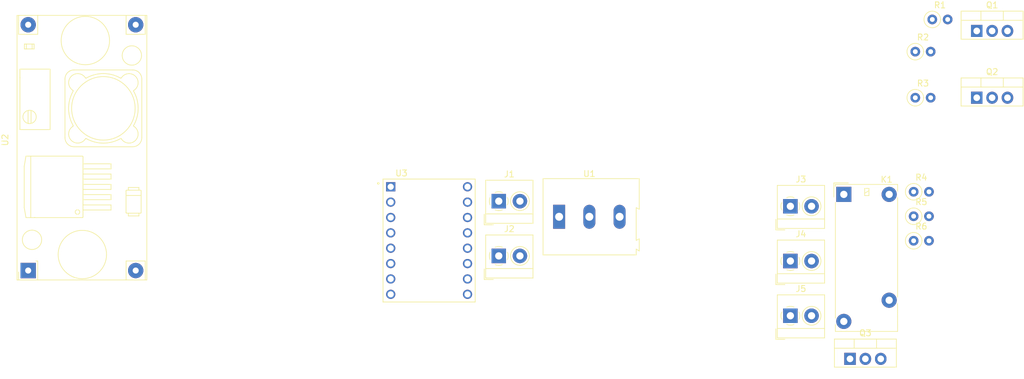
<source format=kicad_pcb>
(kicad_pcb (version 20221018) (generator pcbnew)
  (layers (0 "F.Cu" signal) (31 "B.Cu" signal) (34 "B.Paste" user) (35 "F.Paste" user) (36 "B.SilkS" user "B.Silkscreen") (37 "F.SilkS" user "F.Silkscreen") (38 "B.Mask" user) (39 "F.Mask" user) (44 "Edge.Cuts" user))
  (net 0 "")
  (net 1 "Net-(J1-Pin_1)")
  (net 2 "Net-(Q1-D)")
  (net 3 "GND")
  (net 4 "Net-(Q2-G)")
  (net 5 "Net-(J1-Pin_2)")
  (net 6 "+12V")
  (net 7 "Net-(J2-Pin_1)")
  (net 8 "Earth")
  (net 9 "+3.3V")
  (net 10 "/signal_reset")
  (net 11 "/^signal_sleep")
  (net 12 "/signal_step")
  (net 13 "/signal_dir")
  (net 14 "Net-(J1-Pin_3)")
  (net 15 "Net-(J1-Pin_4)")
  (net 16 "Net-(J3-Pin_2)")
  (net 17 "AC")
  (net 18 "Net-(K1-Pad6)")
  (net 19 "/^signal_heater")
  (net 20 "/^signal_bubler_enable")
  (net 21 "Net-(Q3-D)")
  (footprint "Resistor_THT:R_Axial_DIN0207_L6.3mm_D2.5mm_P2.54mm_Vertical" (layer "F.Cu") (at 173.355 36.195)
    (fp_text reference "R3" (at 1.27 -2.37) (layer "F.SilkS"))
    (fp_text value "10k")
    (fp_line (start 1.37 0) (end 1.44 0) (stroke (width 0.12)) (layer "F.SilkS"))
    (fp_circle (center 0 0) (end 1.37 0) (stroke (width 0.12)) (fill none) (layer "F.SilkS"))
    (pad "1" thru_hole circle (at 0 0) (size 1.6 1.6) (drill 0.8) (layers "*.Cu" "*.Mask") (net 6 "+12V"))
    (pad "2" thru_hole oval (at 2.54 0) (size 1.6 1.6) (drill 0.8) (layers "*.Cu" "*.Mask") (net 2 "Net-(Q1-D)"))
  )
  (footprint "Package_TO_SOT_THT:TO-220-3_Vertical" (layer "F.Cu") (at 162.56 79.375)
    (fp_text reference "Q3" (at 2.54 -4.27) (layer "F.SilkS"))
    (fp_text value "IRF3205")
    (fp_line (start -2.58 -3.27) (end -2.58 1.371) (stroke (width 0.12)) (layer "F.SilkS"))
    (fp_line (start -2.58 -3.27) (end 7.66 -3.27) (stroke (width 0.12)) (layer "F.SilkS"))
    (fp_line (start -2.58 -1.76) (end 7.66 -1.76) (stroke (width 0.12)) (layer "F.SilkS"))
    (fp_line (start -2.58 1.371) (end 7.66 1.371) (stroke (width 0.12)) (layer "F.SilkS"))
    (fp_line (start 0.69 -3.27) (end 0.69 -1.76) (stroke (width 0.12)) (layer "F.SilkS"))
    (fp_line (start 4.391 -3.27) (end 4.391 -1.76) (stroke (width 0.12)) (layer "F.SilkS"))
    (fp_line (start 7.66 -3.27) (end 7.66 1.371) (stroke (width 0.12)) (layer "F.SilkS"))
    (pad "1" thru_hole rect (at 0 0) (size 1.905 2) (drill 1.1) (layers "*.Cu" "*.Mask") (net 20 "/^signal_bubler_enable"))
    (pad "2" thru_hole oval (at 2.54 0) (size 1.905 2) (drill 1.1) (layers "*.Cu" "*.Mask") (net 21 "Net-(Q3-D)"))
    (pad "3" thru_hole oval (at 5.08 0) (size 1.905 2) (drill 1.1) (layers "*.Cu" "*.Mask") (net 3 "GND"))
  )
  (footprint "TerminalBlock_4Ucon:TerminalBlock_4Ucon_1x02_P3.50mm_Horizontal" (layer "F.Cu") (at 104.48 53.3)
    (fp_text reference "J1" (at 1.75 -4.46) (layer "F.SilkS"))
    (fp_text value "Screw_Terminal_Motor")
    (fp_line (start -2.4 2.16) (end -2.4 3.9) (stroke (width 0.12)) (layer "F.SilkS"))
    (fp_line (start -2.4 3.9) (end -0.9 3.9) (stroke (width 0.12)) (layer "F.SilkS"))
    (fp_line (start -2.16 -3.46) (end -2.16 3.66) (stroke (width 0.12)) (layer "F.SilkS"))
    (fp_line (start -2.16 -3.46) (end 5.66 -3.46) (stroke (width 0.12)) (layer "F.SilkS"))
    (fp_line (start -2.16 2.1) (end 5.66 2.1) (stroke (width 0.12)) (layer "F.SilkS"))
    (fp_line (start -2.16 3.66) (end 5.66 3.66) (stroke (width 0.12)) (layer "F.SilkS"))
    (fp_line (start 5.66 -3.46) (end 5.66 3.66) (stroke (width 0.12)) (layer "F.SilkS"))
    (fp_arc (start -1.432109 0.607742) (mid -1.555727 -0.00014) (end -1.432 -0.608) (stroke (width 0.12)) (layer "F.SilkS"))
    (fp_arc (start -0.607742 -1.432109) (mid 0.00014 -1.555727) (end 0.608 -1.432) (stroke (width 0.12)) (layer "F.SilkS"))
    (fp_arc (start 0.027011 1.555493) (mid -0.296984 1.527118) (end -0.608 1.432) (stroke (width 0.12)) (layer "F.SilkS"))
    (fp_arc (start 0.607587 1.431385) (mid 0.310017 1.523783) (end 0 1.555) (stroke (width 0.12)) (layer "F.SilkS"))
    (fp_arc (start 1.432109 -0.607742) (mid 1.555727 0.00014) (end 1.432 0.608) (stroke (width 0.12)) (layer "F.SilkS"))
    (fp_circle (center 3.5 0) (end 5.055 0) (stroke (width 0.12)) (fill none) (layer "F.SilkS"))
    (pad "1" thru_hole rect (at 0 0) (size 2.4 2.4) (drill 1.2) (layers "*.Cu" "*.Mask") (net 1 "Net-(J1-Pin_1)"))
    (pad "2" thru_hole circle (at 3.5 0) (size 2.4 2.4) (drill 1.2) (layers "*.Cu" "*.Mask") (net 5 "Net-(J1-Pin_2)"))
  )
  (footprint "Package_TO_SOT_THT:TO-220-3_Vertical" (layer "F.Cu") (at 183.515 25.155)
    (fp_text reference "Q1" (at 2.54 -4.27) (layer "F.SilkS"))
    (fp_text value "IRF3205")
    (fp_line (start -2.58 -3.27) (end -2.58 1.371) (stroke (width 0.12)) (layer "F.SilkS"))
    (fp_line (start -2.58 -3.27) (end 7.66 -3.27) (stroke (width 0.12)) (layer "F.SilkS"))
    (fp_line (start -2.58 -1.76) (end 7.66 -1.76) (stroke (width 0.12)) (layer "F.SilkS"))
    (fp_line (start -2.58 1.371) (end 7.66 1.371) (stroke (width 0.12)) (layer "F.SilkS"))
    (fp_line (start 0.69 -3.27) (end 0.69 -1.76) (stroke (width 0.12)) (layer "F.SilkS"))
    (fp_line (start 4.391 -3.27) (end 4.391 -1.76) (stroke (width 0.12)) (layer "F.SilkS"))
    (fp_line (start 7.66 -3.27) (end 7.66 1.371) (stroke (width 0.12)) (layer "F.SilkS"))
    (pad "1" thru_hole rect (at 0 0) (size 1.905 2) (drill 1.1) (layers "*.Cu" "*.Mask") (net 19 "/^signal_heater"))
    (pad "2" thru_hole oval (at 2.54 0) (size 1.905 2) (drill 1.1) (layers "*.Cu" "*.Mask") (net 2 "Net-(Q1-D)"))
    (pad "3" thru_hole oval (at 5.08 0) (size 1.905 2) (drill 1.1) (layers "*.Cu" "*.Mask") (net 3 "GND"))
  )
  (footprint "Resistor_THT:R_Axial_DIN0207_L6.3mm_D2.5mm_P2.54mm_Vertical" (layer "F.Cu") (at 173.08 55.795)
    (fp_text reference "R5" (at 1.27 -2.37) (layer "F.SilkS"))
    (fp_text value "10k")
    (fp_line (start 1.37 0) (end 1.44 0) (stroke (width 0.12)) (layer "F.SilkS"))
    (fp_circle (center 0 0) (end 1.37 0) (stroke (width 0.12)) (fill none) (layer "F.SilkS"))
    (pad "1" thru_hole circle (at 0 0) (size 1.6 1.6) (drill 0.8) (layers "*.Cu" "*.Mask") (net 6 "+12V"))
    (pad "2" thru_hole oval (at 2.54 0) (size 1.6 1.6) (drill 0.8) (layers "*.Cu" "*.Mask") (net 21 "Net-(Q3-D)"))
  )
  (footprint "TerminalBlock_4Ucon:TerminalBlock_4Ucon_1x02_P3.50mm_Horizontal" (layer "F.Cu") (at 152.7 54.145)
    (fp_text reference "J3" (at 1.75 -4.46) (layer "F.SilkS"))
    (fp_text value "Screw_Terminal_Heater")
    (fp_line (start -2.4 2.16) (end -2.4 3.9) (stroke (width 0.12)) (layer "F.SilkS"))
    (fp_line (start -2.4 3.9) (end -0.9 3.9) (stroke (width 0.12)) (layer "F.SilkS"))
    (fp_line (start -2.16 -3.46) (end -2.16 3.66) (stroke (width 0.12)) (layer "F.SilkS"))
    (fp_line (start -2.16 -3.46) (end 5.66 -3.46) (stroke (width 0.12)) (layer "F.SilkS"))
    (fp_line (start -2.16 2.1) (end 5.66 2.1) (stroke (width 0.12)) (layer "F.SilkS"))
    (fp_line (start -2.16 3.66) (end 5.66 3.66) (stroke (width 0.12)) (layer "F.SilkS"))
    (fp_line (start 5.66 -3.46) (end 5.66 3.66) (stroke (width 0.12)) (layer "F.SilkS"))
    (fp_arc (start -1.432109 0.607742) (mid -1.555727 -0.00014) (end -1.432 -0.608) (stroke (width 0.12)) (layer "F.SilkS"))
    (fp_arc (start -0.607742 -1.432109) (mid 0.00014 -1.555727) (end 0.608 -1.432) (stroke (width 0.12)) (layer "F.SilkS"))
    (fp_arc (start 0.027011 1.555493) (mid -0.296984 1.527118) (end -0.608 1.432) (stroke (width 0.12)) (layer "F.SilkS"))
    (fp_arc (start 0.607587 1.431385) (mid 0.310017 1.523783) (end 0 1.555) (stroke (width 0.12)) (layer "F.SilkS"))
    (fp_arc (start 1.432109 -0.607742) (mid 1.555727 0.00014) (end 1.432 0.608) (stroke (width 0.12)) (layer "F.SilkS"))
    (fp_circle (center 3.5 0) (end 5.055 0) (stroke (width 0.12)) (fill none) (layer "F.SilkS"))
    (pad "1" thru_hole rect (at 0 0) (size 2.4 2.4) (drill 1.2) (layers "*.Cu" "*.Mask") (net 8 "Earth"))
    (pad "2" thru_hole circle (at 3.5 0) (size 2.4 2.4) (drill 1.2) (layers "*.Cu" "*.Mask") (net 16 "Net-(J3-Pin_2)"))
  )
  (footprint "Resistor_THT:R_Axial_DIN0207_L6.3mm_D2.5mm_P2.54mm_Vertical" (layer "F.Cu") (at 173.08 51.745)
    (fp_text reference "R4" (at 1.27 -2.37) (layer "F.SilkS"))
    (fp_text value "10k")
    (fp_line (start 1.37 0) (end 1.44 0) (stroke (width 0.12)) (layer "F.SilkS"))
    (fp_circle (center 0 0) (end 1.37 0) (stroke (width 0.12)) (fill none) (layer "F.SilkS"))
    (pad "1" thru_hole circle (at 0 0) (size 1.6 1.6) (drill 0.8) (layers "*.Cu" "*.Mask") (net 20 "/^signal_bubler_enable"))
    (pad "2" thru_hole oval (at 2.54 0) (size 1.6 1.6) (drill 0.8) (layers "*.Cu" "*.Mask") (net 3 "GND"))
  )
  (footprint "TerminalBlock:TerminalBlock_Altech_AK300-3_P5.00mm" (layer "F.Cu") (at 114.46 55.88)
    (fp_text reference "U1" (at 5 -7.1) (layer "F.SilkS"))
    (fp_text value "DS18B20")
    (fp_line (start -2.65 -6.3) (end -2.65 6.3) (stroke (width 0.12)) (layer "F.SilkS"))
    (fp_line (start -2.65 6.3) (end 12.75 6.3) (stroke (width 0.12)) (layer "F.SilkS"))
    (fp_line (start 12.75 -1.5) (end 13.25 -1.25) (stroke (width 0.12)) (layer "F.SilkS"))
    (fp_line (start 12.75 3.9) (end 12.75 -1.5) (stroke (width 0.12)) (layer "F.SilkS"))
    (fp_line (start 12.75 5.35) (end 13.25 5.65) (stroke (width 0.12)) (layer "F.SilkS"))
    (fp_line (start 12.75 6.3) (end 12.75 5.35) (stroke (width 0.12)) (layer "F.SilkS"))
    (fp_line (start 13.25 -6.3) (end -2.65 -6.3) (stroke (width 0.12)) (layer "F.SilkS"))
    (fp_line (start 13.25 -1.25) (end 13.25 -6.3) (stroke (width 0.12)) (layer "F.SilkS"))
    (fp_line (start 13.25 3.65) (end 12.75 3.9) (stroke (width 0.12)) (layer "F.SilkS"))
    (fp_line (start 13.25 5.65) (end 13.25 3.65) (stroke (width 0.12)) (layer "F.SilkS"))
    (pad "1" thru_hole rect (at 0 0) (size 1.98 3.96) (drill 1.32) (layers "*.Cu" "*.Mask") (net 3 "GND"))
    (pad "2" thru_hole oval (at 5 0) (size 1.98 3.96) (drill 1.32) (layers "*.Cu" "*.Mask") (net 9 "+3.3V"))
    (pad "3" thru_hole oval (at 10 0) (size 1.98 3.96) (drill 1.32) (layers "*.Cu" "*.Mask") (net 3 "GND"))
  )
  (footprint "local_lib:YAAJ_DCDC_StepDown_LM2596" (layer "F.Cu") (at 26.67 64.77 90)
    (fp_text reference "U2" (at 21.59 -3.81 90) (layer "F.SilkS"))
    (fp_text value "YAAJ_DCDC_StepDown_LM2596")
    (fp_line (start -1.555 -1.835) (end -1.555 19.615) (stroke (width 0.12)) (layer "F.SilkS"))
    (fp_line (start -1.555 19.615) (end 42.195 19.615) (stroke (width 0.12)) (layer "F.SilkS"))
    (fp_line (start -1.55 -1.58) (end -0.25 -1.58) (stroke (width 0.12)) (layer "F.SilkS"))
    (fp_line (start -1.55 1.575) (end 1.58 1.58) (stroke (width 0.12)) (layer "F.SilkS"))
    (fp_line (start -1.55 16.2) (end 1.58 16.2) (stroke (width 0.12)) (layer "F.SilkS"))
    (fp_line (start -1.55 19.36) (end 1.58 19.36) (stroke (width 0.12)) (layer "F.SilkS"))
    (fp_line (start 1.58 1.27) (end 1.58 1.58) (stroke (width 0.12)) (layer "F.SilkS"))
    (fp_line (start 1.58 16.2) (end 1.58 19.36) (stroke (width 0.12)) (layer "F.SilkS"))
    (fp_line (start 8.749233 1.004149) (end 8.749233 1.165687) (stroke (width 0.12)) (layer "F.SilkS"))
    (fp_line (start 8.750233 -0.36239) (end 10.400233 -0.653329) (stroke (width 0.12)) (layer "F.SilkS"))
    (fp_line (start 8.750233 8.989106) (end 8.750233 -0.36239) (stroke (width 0.12)) (layer "F.SilkS"))
    (fp_line (start 8.750233 8.989106) (end 8.827797 9.06667) (stroke (width 0.12)) (layer "F.SilkS"))
    (fp_line (start 8.827797 9.06667) (end 18.83267 9.06667) (stroke (width 0.12)) (layer "F.SilkS"))
    (fp_line (start 9.031636 16.558217) (end 9.481636 16.558217) (stroke (width 0.12)) (layer "F.SilkS"))
    (fp_line (start 9.031636 18.308217) (end 9.031636 16.558217) (stroke (width 0.12)) (layer "F.SilkS"))
    (fp_line (start 9.481636 18.308217) (end 9.031636 18.308217) (stroke (width 0.12)) (layer "F.SilkS"))
    (fp_line (start 9.481636 18.583217) (end 9.481636 16.283217) (stroke (width 0.12)) (layer "F.SilkS"))
    (fp_line (start 9.581636 16.183217) (end 13.181636 16.183217) (stroke (width 0.12)) (layer "F.SilkS"))
    (fp_line (start 10.010233 13.69667) (end 10.010233 9.06667) (stroke (width 0.12)) (layer "F.SilkS"))
    (fp_line (start 10.010233 13.69667) (end 10.850233 13.69667) (stroke (width 0.12)) (layer "F.SilkS"))
    (fp_line (start 10.400233 -0.653329) (end 17.260233 -0.653329) (stroke (width 0.12)) (layer "F.SilkS"))
    (fp_line (start 10.850233 13.69667) (end 10.850233 9.06667) (stroke (width 0.12)) (layer "F.SilkS"))
    (fp_line (start 11.710233 13.69667) (end 11.710233 9.06667) (stroke (width 0.12)) (layer "F.SilkS"))
    (fp_line (start 11.710233 13.69667) (end 12.550233 13.69667) (stroke (width 0.12)) (layer "F.SilkS"))
    (fp_line (start 12.411358 16.283217) (end 12.411358 18.583217) (stroke (width 0.12)) (layer "F.SilkS"))
    (fp_line (start 12.550233 13.69667) (end 12.550233 9.06667) (stroke (width 0.12)) (layer "F.SilkS"))
    (fp_line (start 13.181636 18.683217) (end 9.581636 18.683217) (stroke (width 0.12)) (layer "F.SilkS"))
    (fp_line (start 13.281636 16.283217) (end 13.281636 18.583217) (stroke (width 0.12)) (layer "F.SilkS"))
    (fp_line (start 13.281636 16.558217) (end 13.731636 16.558217) (stroke (width 0.12)) (layer "F.SilkS"))
    (fp_line (start 13.282636 16.794696) (end 13.282636 16.700144) (stroke (width 0.12)) (layer "F.SilkS"))
    (fp_line (start 13.410233 13.69667) (end 13.410233 9.06667) (stroke (width 0.12)) (layer "F.SilkS"))
    (fp_line (start 13.410233 13.69667) (end 14.250233 13.69667) (stroke (width 0.12)) (layer "F.SilkS"))
    (fp_line (start 13.731636 16.558217) (end 13.731636 18.308217) (stroke (width 0.12)) (layer "F.SilkS"))
    (fp_line (start 13.731636 18.308217) (end 13.281636 18.308217) (stroke (width 0.12)) (layer "F.SilkS"))
    (fp_line (start 14.250233 13.69667) (end 14.250233 9.06667) (stroke (width 0.12)) (layer "F.SilkS"))
    (fp_line (start 15.110233 13.69667) (end 15.110233 9.06667) (stroke (width 0.12)) (layer "F.SilkS"))
    (fp_line (start 15.110233 13.69667) (end 15.950233 13.69667) (stroke (width 0.12)) (layer "F.SilkS"))
    (fp_line (start 15.950233 13.69667) (end 15.950233 9.06667) (stroke (width 0.12)) (layer "F.SilkS"))
    (fp_line (start 16.810233 13.69667) (end 16.810233 9.06667) (stroke (width 0.12)) (layer "F.SilkS"))
    (fp_line (start 16.810233 13.69667) (end 17.650233 13.69667) (stroke (width 0.12)) (layer "F.SilkS"))
    (fp_line (start 17.260233 -0.653329) (end 18.910233 -0.36239) (stroke (width 0.12)) (layer "F.SilkS"))
    (fp_line (start 17.650233 13.69667) (end 17.650233 9.06667) (stroke (width 0.12)) (layer "F.SilkS"))
    (fp_line (start 18.83267 9.06667) (end 18.910233 8.989106) (stroke (width 0.12)) (layer "F.SilkS"))
    (fp_line (start 18.910233 0.42667) (end 8.750233 0.42667) (stroke (width 0.12)) (layer "F.SilkS"))
    (fp_line (start 18.910233 8.989106) (end 18.910233 -0.36239) (stroke (width 0.12)) (layer "F.SilkS"))
    (fp_line (start 20.467397 7.585796) (end 20.467397 17.285796) (stroke (width 0.12)) (layer "F.SilkS"))
    (fp_line (start 21.967397 18.785796) (end 31.667397 18.785796) (stroke (width 0.12)) (layer "F.SilkS"))
    (fp_line (start 23.299783 3.582294) (end 23.299783 -1.317705) (stroke (width 0.12)) (layer "F.SilkS"))
    (fp_line (start 23.349783 -1.367705) (end 33.249783 -1.367705) (stroke (width 0.12)) (layer "F.SilkS"))
    (fp_line (start 24.336385 -0.0491) (end 24.360553 -0.017705) (stroke (width 0.12)) (layer "F.SilkS"))
    (fp_line (start 24.348594 0.007294) (end 24.324147 0.002062) (stroke (width 0.12)) (layer "F.SilkS"))
    (fp_line (start 24.348594 0.007294) (end 24.355764 -0.023925) (stroke (width 0.12)) (layer "F.SilkS"))
    (fp_line (start 24.348594 0.007294) (end 24.360553 -0.017705) (stroke (width 0.12)) (layer "F.SilkS"))
    (fp_line (start 24.360553 0.482294) (end 26.439014 0.482294) (stroke (width 0.12)) (layer "F.SilkS"))
    (fp_line (start 26.439014 -0.017705) (end 24.360553 -0.017705) (stroke (width 0.12)) (layer "F.SilkS"))
    (fp_line (start 31.667397 6.085796) (end 21.967397 6.085796) (stroke (width 0.12)) (layer "F.SilkS"))
    (fp_line (start 31.858978 -1.368705) (end 31.814106 -1.368705) (stroke (width 0.12)) (layer "F.SilkS"))
    (fp_line (start 31.942312 -1.368705) (end 31.908357 -1.368705) (stroke (width 0.12)) (layer "F.SilkS"))
    (fp_line (start 33.167397 17.285796) (end 33.167397 7.585796) (stroke (width 0.12)) (layer "F.SilkS"))
    (fp_line (start 33.249783 3.632294) (end 23.349783 3.632294) (stroke (width 0.12)) (layer "F.SilkS"))
    (fp_line (start 33.299783 -1.317705) (end 33.299783 3.582294) (stroke (width 0.12)) (layer "F.SilkS"))
    (fp_line (start 36.648681 -0.299704) (end 37.448681 -0.299704) (stroke (width 0.12)) (layer "F.SilkS"))
    (fp_line (start 36.648681 0.980295) (end 36.648681 -0.619704) (stroke (width 0.12)) (layer "F.SilkS"))
    (fp_line (start 37.448681 -0.619704) (end 36.648681 -0.619704) (stroke (width 0.12)) (layer "F.SilkS"))
    (fp_line (start 37.448681 -0.619704) (end 37.448681 0.980295) (stroke (width 0.12)) (layer "F.SilkS"))
    (fp_line (start 37.448681 0.660295) (end 36.648681 0.660295) (stroke (width 0.12)) (layer "F.SilkS"))
    (fp_line (start 37.448681 0.980295) (end 36.648681 0.980295) (stroke (width 0.12)) (layer "F.SilkS"))
    (fp_line (start 39.06 -1.58) (end 42.175 -1.58) (stroke (width 0.12)) (layer "F.SilkS"))
    (fp_line (start 39.06 1.58) (end 39.06 -1.58) (stroke (width 0.12)) (layer "F.SilkS"))
    (fp_line (start 39.06 1.58) (end 42.22 1.58) (stroke (width 0.12)) (layer "F.SilkS"))
    (fp_line (start 39.06 16.2) (end 42.175 16.2) (stroke (width 0.12)) (layer "F.SilkS"))
    (fp_line (start 39.06 19.36) (end 39.06 16.2) (stroke (width 0.12)) (layer "F.SilkS"))
    (fp_line (start 39.06 19.36) (end 42.175 19.36) (stroke (width 0.12)) (layer "F.SilkS"))
    (fp_line (start 42.195 -1.835) (end -1.555 -1.835) (stroke (width 0.12)) (layer "F.SilkS"))
    (fp_line (start 42.195 19.615) (end 42.195 -1.835) (stroke (width 0.12)) (layer "F.SilkS"))
    (fp_arc (start 9.481636 16.283217) (mid 9.510921 16.212508) (end 9.581636 16.183217) (stroke (width 0.12)) (layer "F.SilkS"))
    (fp_arc (start 9.581636 18.683217) (mid 9.510931 18.653935) (end 9.481636 18.583217) (stroke (width 0.12)) (layer "F.SilkS"))
    (fp_arc (start 13.181636 16.183217) (mid 13.252353 16.212514) (end 13.281636 16.283217) (stroke (width 0.12)) (layer "F.SilkS"))
    (fp_arc (start 13.281636 18.583217) (mid 13.252343 18.653929) (end 13.181636 18.683217) (stroke (width 0.12)) (layer "F.SilkS"))
    (fp_arc (start 20.467397 7.585796) (mid 20.906738 6.525137) (end 21.967397 6.085796) (stroke (width 0.12)) (layer "F.SilkS"))
    (fp_arc (start 21.781131 9.46601) (mid 21.8252 9.526245) (end 21.815218 9.600183) (stroke (width 0.12)) (layer "F.SilkS"))
    (fp_arc (start 21.781132 9.466011) (mid 21.514101 7.132501) (end 23.847611 7.399531) (stroke (width 0.12)) (layer "F.SilkS"))
    (fp_arc (start 21.815217 15.271409) (mid 21.825126 15.345337) (end 21.781132 15.405582) (stroke (width 0.12)) (layer "F.SilkS"))
    (fp_arc (start 21.815218 15.27141) (mid 21.067399 12.435797) (end 21.815218 9.600183) (stroke (width 0.12)) (layer "F.SilkS"))
    (fp_arc (start 21.967397 18.785796) (mid 20.90674 18.346455) (end 20.467397 17.285796) (stroke (width 0.12)) (layer "F.SilkS"))
    (fp_arc (start 23.299783 -1.317705) (mid 23.314428 -1.353063) (end 23.349783 -1.367705) (stroke (width 0.12)) (layer "F.SilkS"))
    (fp_arc (start 23.349783 3.632294) (mid 23.314441 3.617643) (end 23.299783 3.582294) (stroke (width 0.12)) (layer "F.SilkS"))
    (fp_arc (start 23.847611 17.472062) (mid 21.514153 17.739048) (end 21.781132 15.405582) (stroke (width 0.12)) (layer "F.SilkS"))
    (fp_arc (start 23.847611 17.472062) (mid 23.907846 17.427997) (end 23.981783 17.437976) (stroke (width 0.12)) (layer "F.SilkS"))
    (fp_arc (start 23.981783 7.433617) (mid 23.907854 7.443509) (end 23.847611 7.399531) (stroke (width 0.12)) (layer "F.SilkS"))
    (fp_arc (start 23.981784 7.433617) (mid 26.817398 6.685796) (end 29.653011 7.433617) (stroke (width 0.12)) (layer "F.SilkS"))
    (fp_arc (start 24.324148 0.462527) (mid 26.469639 -0.023582) (end 24.336385 0.51369) (stroke (width 0.12)) (layer "F.SilkS"))
    (fp_arc (start 29.653011 17.437976) (mid 26.817397 18.185797) (end 23.981783 17.437976) (stroke (width 0.12)) (layer "F.SilkS"))
    (fp_arc (start 29.653011 17.437976) (mid 29.726938 17.428069) (end 29.787183 17.472062) (stroke (width 0.12)) (layer "F.SilkS"))
    (fp_arc (start 29.787183 7.399531) (mid 29.726945 7.443551) (end 29.653011 7.433617) (stroke (width 0.12)) (layer "F.SilkS"))
    (fp_arc (start 29.787183 7.399531) (mid 32.120655 7.132547) (end 31.853662 9.466011) (stroke (width 0.12)) (layer "F.SilkS"))
    (fp_arc (start 31.667397 6.085796) (mid 32.728061 6.525135) (end 33.167397 7.585796) (stroke (width 0.12)) (layer "F.SilkS"))
    (fp_arc (start 31.819576 9.600183) (mid 32.567399 12.435797) (end 31.819576 15.27141) (stroke (width 0.12)) (layer "F.SilkS"))
    (fp_arc (start 31.819577 9.600184) (mid 31.809685 9.526255) (end 31.853662 9.466011) (stroke (width 0.12)) (layer "F.SilkS"))
    (fp_arc (start 31.853662 15.405582) (mid 32.120701 17.739101) (end 29.787183 17.472062) (stroke (width 0.12)) (layer "F.SilkS"))
    (fp_arc (start 31.853663 15.405583) (mid 31.809646 15.345344) (end 31.819576 15.27141) (stroke (width 0.12)) (layer "F.SilkS"))
    (fp_arc (start 33.167397 17.285796) (mid 32.728058 18.346458) (end 31.667397 18.785796) (stroke (width 0.12)) (layer "F.SilkS"))
    (fp_arc (start 33.249783 -1.367705) (mid 33.285151 -1.353067) (end 33.299783 -1.317705) (stroke (width 0.12)) (layer "F.SilkS"))
    (fp_arc (start 33.299783 3.582294) (mid 33.285139 3.617647) (end 33.249783 3.632294) (stroke (width 0.12)) (layer "F.SilkS"))
    (fp_circle (center 2.646666 8.957418) (end 6.646666 8.957418) (stroke (width 0.12)) (fill none) (layer "F.SilkS"))
    (fp_circle (center 5.08 0.635) (end 6.678999 0.635) (stroke (width 0.12)) (fill none) (layer "F.SilkS"))
    (fp_circle (center 9.673179 8.154594) (end 10.048179 8.154594) (stroke (width 0.12)) (fill none) (layer "F.SilkS"))
    (fp_circle (center 26.817397 12.435796) (end 32.067397 12.435796) (stroke (width 0.12)) (fill none) (layer "F.SilkS"))
    (fp_circle (center 35.56 17.145) (end 37.159 17.145) (stroke (width 0.12)) (fill none) (layer "F.SilkS"))
    (fp_circle (center 38.029307 9.455206) (end 42.029307 9.455206) (stroke (width 0.12)) (fill none) (layer "F.SilkS"))
    (pad "1" thru_hole rect (at 0 0 90) (size 2.54 2.54) (drill 1) (layers "*.Cu" "*.Mask") (net 6 "+12V"))
    (pad "2" thru_hole circle (at 0 17.78 90) (size 2.54 2.54) (drill 1) (layers "*.Cu" "*.Mask") (net 3 "GND"))
    (pad "3" thru_hole circle (at 40.64 17.78 90) (size 2.54 2.54) (drill 1) (layers "*.Cu" "*.Mask") (net 3 "GND"))
    (pad "4" thru_hole circle (at 40.64 0 90) (size 2.54 2.54) (drill 1) (layers "*.Cu" "*.Mask") (net 9 "+3.3V"))
  )
  (footprint "Resistor_THT:R_Axial_DIN0207_L6.3mm_D2.5mm_P2.54mm_Vertical" (layer "F.Cu") (at 173.08 59.845)
    (fp_text reference "R6" (at 1.27 -2.37) (layer "F.SilkS"))
    (fp_text value "10k")
    (fp_line (start 1.37 0) (end 1.44 0) (stroke (width 0.12)) (layer "F.SilkS"))
    (fp_circle (center 0 0) (end 1.37 0) (stroke (width 0.12)) (fill none) (layer "F.SilkS"))
    (pad "1" thru_hole circle (at 0 0) (size 1.6 1.6) (drill 0.8) (layers "*.Cu" "*.Mask") (net 21 "Net-(Q3-D)"))
    (pad "2" thru_hole oval (at 2.54 0) (size 1.6 1.6) (drill 0.8) (layers "*.Cu" "*.Mask") (net 18 "Net-(K1-Pad6)"))
  )
  (footprint "TerminalBlock_4Ucon:TerminalBlock_4Ucon_1x02_P3.50mm_Horizontal" (layer "F.Cu") (at 152.7 72.245)
    (fp_text reference "J5" (at 1.75 -4.46) (layer "F.SilkS"))
    (fp_text value "Screw_Terminal_DC_Power")
    (fp_line (start -2.4 2.16) (end -2.4 3.9) (stroke (width 0.12)) (layer "F.SilkS"))
    (fp_line (start -2.4 3.9) (end -0.9 3.9) (stroke (width 0.12)) (layer "F.SilkS"))
    (fp_line (start -2.16 -3.46) (end -2.16 3.66) (stroke (width 0.12)) (layer "F.SilkS"))
    (fp_line (start -2.16 -3.46) (end 5.66 -3.46) (stroke (width 0.12)) (layer "F.SilkS"))
    (fp_line (start -2.16 2.1) (end 5.66 2.1) (stroke (width 0.12)) (layer "F.SilkS"))
    (fp_line (start -2.16 3.66) (end 5.66 3.66) (stroke (width 0.12)) (layer "F.SilkS"))
    (fp_line (start 5.66 -3.46) (end 5.66 3.66) (stroke (width 0.12)) (layer "F.SilkS"))
    (fp_arc (start -1.432109 0.607742) (mid -1.555727 -0.00014) (end -1.432 -0.608) (stroke (width 0.12)) (layer "F.SilkS"))
    (fp_arc (start -0.607742 -1.432109) (mid 0.00014 -1.555727) (end 0.608 -1.432) (stroke (width 0.12)) (layer "F.SilkS"))
    (fp_arc (start 0.027011 1.555493) (mid -0.296984 1.527118) (end -0.608 1.432) (stroke (width 0.12)) (layer "F.SilkS"))
    (fp_arc (start 0.607587 1.431385) (mid 0.310017 1.523783) (end 0 1.555) (stroke (width 0.12)) (layer "F.SilkS"))
    (fp_arc (start 1.432109 -0.607742) (mid 1.555727 0.00014) (end 1.432 0.608) (stroke (width 0.12)) (layer "F.SilkS"))
    (fp_circle (center 3.5 0) (end 5.055 0) (stroke (width 0.12)) (fill none) (layer "F.SilkS"))
    (pad "1" thru_hole rect (at 0 0) (size 2.4 2.4) (drill 1.2) (layers "*.Cu" "*.Mask") (net 6 "+12V"))
    (pad "2" thru_hole circle (at 3.5 0) (size 2.4 2.4) (drill 1.2) (layers "*.Cu" "*.Mask") (net 3 "GND"))
  )
  (footprint "Resistor_THT:R_Axial_DIN0207_L6.3mm_D2.5mm_P2.54mm_Vertical" (layer "F.Cu") (at 176.165 23.255)
    (fp_text reference "R1" (at 1.27 -2.37) (layer "F.SilkS"))
    (fp_text value "10k")
    (fp_line (start 1.37 0) (end 1.44 0) (stroke (width 0.12)) (layer "F.SilkS"))
    (fp_circle (center 0 0) (end 1.37 0) (stroke (width 0.12)) (fill none) (layer "F.SilkS"))
    (pad "1" thru_hole circle (at 0 0) (size 1.6 1.6) (drill 0.8) (layers "*.Cu" "*.Mask") (net 19 "/^signal_heater"))
    (pad "2" thru_hole oval (at 2.54 0) (size 1.6 1.6) (drill 0.8) (layers "*.Cu" "*.Mask") (net 3 "GND"))
  )
  (footprint "Package_TO_SOT_THT:TO-220-3_Vertical" (layer "F.Cu") (at 183.515 36.195)
    (fp_text reference "Q2" (at 2.54 -4.27) (layer "F.SilkS"))
    (fp_text value "IRF3205")
    (fp_line (start -2.58 -3.27) (end -2.58 1.371) (stroke (width 0.12)) (layer "F.SilkS"))
    (fp_line (start -2.58 -3.27) (end 7.66 -3.27) (stroke (width 0.12)) (layer "F.SilkS"))
    (fp_line (start -2.58 -1.76) (end 7.66 -1.76) (stroke (width 0.12)) (layer "F.SilkS"))
    (fp_line (start -2.58 1.371) (end 7.66 1.371) (stroke (width 0.12)) (layer "F.SilkS"))
    (fp_line (start 0.69 -3.27) (end 0.69 -1.76) (stroke (width 0.12)) (layer "F.SilkS"))
    (fp_line (start 4.391 -3.27) (end 4.391 -1.76) (stroke (width 0.12)) (layer "F.SilkS"))
    (fp_line (start 7.66 -3.27) (end 7.66 1.371) (stroke (width 0.12)) (layer "F.SilkS"))
    (pad "1" thru_hole rect (at 0 0) (size 1.905 2) (drill 1.1) (layers "*.Cu" "*.Mask") (net 4 "Net-(Q2-G)"))
    (pad "2" thru_hole oval (at 2.54 0) (size 1.905 2) (drill 1.1) (layers "*.Cu" "*.Mask") (net 7 "Net-(J2-Pin_1)"))
    (pad "3" thru_hole oval (at 5.08 0) (size 1.905 2) (drill 1.1) (layers "*.Cu" "*.Mask") (net 3 "GND"))
  )
  (footprint "TerminalBlock_4Ucon:TerminalBlock_4Ucon_1x02_P3.50mm_Horizontal" (layer "F.Cu") (at 104.48 62.35)
    (fp_text reference "J2" (at 1.75 -4.46) (layer "F.SilkS"))
    (fp_text value "Screw_Terminal_Heater")
    (fp_line (start -2.4 2.16) (end -2.4 3.9) (stroke (width 0.12)) (layer "F.SilkS"))
    (fp_line (start -2.4 3.9) (end -0.9 3.9) (stroke (width 0.12)) (layer "F.SilkS"))
    (fp_line (start -2.16 -3.46) (end -2.16 3.66) (stroke (width 0.12)) (layer "F.SilkS"))
    (fp_line (start -2.16 -3.46) (end 5.66 -3.46) (stroke (width 0.12)) (layer "F.SilkS"))
    (fp_line (start -2.16 2.1) (end 5.66 2.1) (stroke (width 0.12)) (layer "F.SilkS"))
    (fp_line (start -2.16 3.66) (end 5.66 3.66) (stroke (width 0.12)) (layer "F.SilkS"))
    (fp_line (start 5.66 -3.46) (end 5.66 3.66) (stroke (width 0.12)) (layer "F.SilkS"))
    (fp_arc (start -1.432109 0.607742) (mid -1.555727 -0.00014) (end -1.432 -0.608) (stroke (width 0.12)) (layer "F.SilkS"))
    (fp_arc (start -0.607742 -1.432109) (mid 0.00014 -1.555727) (end 0.608 -1.432) (stroke (width 0.12)) (layer "F.SilkS"))
    (fp_arc (start 0.027011 1.555493) (mid -0.296984 1.527118) (end -0.608 1.432) (stroke (width 0.12)) (layer "F.SilkS"))
    (fp_arc (start 0.607587 1.431385) (mid 0.310017 1.523783) (end 0 1.555) (stroke (width 0.12)) (layer "F.SilkS"))
    (fp_arc (start 1.432109 -0.607742) (mid 1.555727 0.00014) (end 1.432 0.608) (stroke (width 0.12)) (layer "F.SilkS"))
    (fp_circle (center 3.5 0) (end 5.055 0) (stroke (width 0.12)) (fill none) (layer "F.SilkS"))
    (pad "1" thru_hole rect (at 0 0) (size 2.4 2.4) (drill 1.2) (layers "*.Cu" "*.Mask") (net 7 "Net-(J2-Pin_1)"))
    (pad "2" thru_hole circle (at 3.5 0) (size 2.4 2.4) (drill 1.2) (layers "*.Cu" "*.Mask") (net 3 "GND"))
  )
  (footprint "Resistor_THT:R_Axial_DIN0207_L6.3mm_D2.5mm_P2.54mm_Vertical" (layer "F.Cu") (at 173.355 28.575)
    (fp_text reference "R2" (at 1.27 -2.37) (layer "F.SilkS"))
    (fp_text value "10k")
    (fp_line (start 1.37 0) (end 1.44 0) (stroke (width 0.12)) (layer "F.SilkS"))
    (fp_circle (center 0 0) (end 1.37 0) (stroke (width 0.12)) (fill none) (layer "F.SilkS"))
    (pad "1" thru_hole circle (at 0 0) (size 1.6 1.6) (drill 0.8) (layers "*.Cu" "*.Mask") (net 2 "Net-(Q1-D)"))
    (pad "2" thru_hole oval (at 2.54 0) (size 1.6 1.6) (drill 0.8) (layers "*.Cu" "*.Mask") (net 4 "Net-(Q2-G)"))
  )
  (footprint "local_lib:A4988_motor" (layer "F.Cu") (at 92.965 59.81)
    (fp_text reference "U3" (at -4.575 -11.135) (layer "F.SilkS"))
    (fp_text value "A4988_STEPPER_MOTOR_DRIVER_CARRIER")
    (fp_line (start -7.62 -10.16) (end 7.62 -10.16) (stroke (width 0.127)) (layer "F.SilkS"))
    (fp_line (start -7.62 10.16) (end -7.62 -10.16) (stroke (width 0.127)) (layer "F.SilkS"))
    (fp_line (start 7.62 -10.16) (end 7.62 10.16) (stroke (width 0.127)) (layer "F.SilkS"))
    (fp_line (start 7.62 10.16) (end -7.62 10.16) (stroke (width 0.127)) (layer "F.SilkS"))
    (fp_circle (center -8.4 -9.45) (end -8.3 -9.45) (stroke (width 0.2)) (fill none) (layer "F.SilkS"))
    (pad "1" thru_hole rect (at -6.35 -8.89) (size 1.53 1.53) (drill 1.02) (layers "*.Cu" "*.Mask") (net 3 "GND"))
    (pad "2" thru_hole circle (at -6.35 -6.35) (size 1.53 1.53) (drill 1.02) (layers "*.Cu" "*.Mask") (net 9 "+3.3V"))
    (pad "3" thru_hole circle (at -6.35 -3.81) (size 1.53 1.53) (drill 1.02) (layers "*.Cu" "*.Mask") (net 3 "GND"))
    (pad "4" thru_hole circle (at -6.35 -1.27) (size 1.53 1.53) (drill 1.02) (layers "*.Cu" "*.Mask") (net 3 "GND"))
    (pad "5" thru_hole circle (at -6.35 1.27) (size 1.53 1.53) (drill 1.02) (layers "*.Cu" "*.Mask") (net 10 "/signal_reset"))
    (pad "6" thru_hole circle (at -6.35 3.81) (size 1.53 1.53) (drill 1.02) (layers "*.Cu" "*.Mask") (net 11 "/^signal_sleep"))
    (pad "7" thru_hole circle (at -6.35 6.35) (size 1.53 1.53) (drill 1.02) (layers "*.Cu" "*.Mask") (net 12 "/signal_step"))
    (pad "8" thru_hole circle (at -6.35 8.89) (size 1.53 1.53) (drill 1.02) (layers "*.Cu" "*.Mask") (net 13 "/signal_dir"))
    (pad "9" thru_hole circle (at 6.35 8.89) (size 1.53 1.53) (drill 1.02) (layers "*.Cu" "*.Mask") (net 3 "GND"))
    (pad "10" thru_hole circle (at 6.35 6.35) (size 1.53 1.53) (drill 1.02) (layers "*.Cu" "*.Mask") (net 6 "+12V"))
    (pad "11" thru_hole circle (at 6.35 3.81) (size 1.53 1.53) (drill 1.02) (layers "*.Cu" "*.Mask") (net 5 "Net-(J1-Pin_2)"))
    (pad "12" thru_hole circle (at 6.35 1.27) (size 1.53 1.53) (drill 1.02) (layers "*.Cu" "*.Mask") (net 1 "Net-(J1-Pin_1)"))
    (pad "13" thru_hole circle (at 6.35 -1.27) (size 1.53 1.53) (drill 1.02) (layers "*.Cu" "*.Mask") (net 14 "Net-(J1-Pin_3)"))
    (pad "14" thru_hole circle (at 6.35 -3.81) (size 1.53 1.53) (drill 1.02) (layers "*.Cu" "*.Mask") (net 15 "Net-(J1-Pin_4)"))
    (pad "15" thru_hole circle (at 6.35 -6.35) (size 1.53 1.53) (drill 1.02) (layers "*.Cu" "*.Mask") (net 3 "GND"))
    (pad "16" thru_hole circle (at 6.35 -8.89) (size 1.53 1.53) (drill 1.02) (layers "*.Cu" "*.Mask") (net 6 "+12V"))
  )
  (footprint "Relay_THT:Relay_1P1T_NO_10x24x18.8mm_Panasonic_ADW11xxxxW_THT" (layer "F.Cu") (at 161.535 52.18)
    (fp_text reference "K1" (at 7.08 -2.46 180) (layer "F.SilkS"))
    (fp_text value "ADW11")
    (fp_line (start -1.65 -1.9) (end 0.75 -1.9) (stroke (width 0.12)) (layer "F.SilkS"))
    (fp_line (start -1.65 0.44) (end -1.65 -1.9) (stroke (width 0.12)) (layer "F.SilkS"))
    (fp_line (start -1.4 -1.65) (end -1.4 -1.31) (stroke (width 0.12)) (layer "F.SilkS"))
    (fp_line (start -1.4 1.31) (end -1.4 20.49) (stroke (width 0.12)) (layer "F.SilkS"))
    (fp_line (start -1.4 22.65) (end -1.4 21.51) (stroke (width 0.12)) (layer "F.SilkS"))
    (fp_line (start 3.45 -1) (end 3.45 0.2) (stroke (width 0.12)) (layer "F.SilkS"))
    (fp_line (start 3.45 -0.2) (end 4.15 -0.6) (stroke (width 0.12)) (layer "F.SilkS"))
    (fp_line (start 3.45 0.2) (end 4.15 0.2) (stroke (width 0.12)) (layer "F.SilkS"))
    (fp_line (start 4.15 -1) (end 3.45 -1) (stroke (width 0.12)) (layer "F.SilkS"))
    (fp_line (start 4.15 0.2) (end 4.15 -1) (stroke (width 0.12)) (layer "F.SilkS"))
    (fp_line (start 8.89 18.05) (end 8.9 22.65) (stroke (width 0.12)) (layer "F.SilkS"))
    (fp_line (start 8.9 -1.65) (end -1.4 -1.65) (stroke (width 0.12)) (layer "F.SilkS"))
    (fp_line (start 8.9 -1.65) (end 8.9 -0.51) (stroke (width 0.12)) (layer "F.SilkS"))
    (fp_line (start 8.9 0.51) (end 8.9 16.99) (stroke (width 0.12)) (layer "F.SilkS"))
    (fp_line (start 8.9 22.65) (end -1.4 22.65) (stroke (width 0.12)) (layer "F.SilkS"))
    (pad "1" thru_hole rect (at 0 0) (size 2.5 2.5) (drill 1.2) (layers "*.Cu" "*.Mask") (net 3 "GND"))
    (pad "3" thru_hole oval (at 0 21) (size 2.5 2.5) (drill 1.2) (layers "*.Cu" "*.Mask") (net 16 "Net-(J3-Pin_2)"))
    (pad "5" thru_hole oval (at 7.5 17.5) (size 2.5 2.5) (drill 1.2) (layers "*.Cu" "*.Mask") (net 17 "AC"))
    (pad "6" thru_hole oval (at 7.5 0) (size 2.5 2.5) (drill 1.2) (layers "*.Cu" "*.Mask") (net 18 "Net-(K1-Pad6)"))
  )
  (footprint "TerminalBlock_4Ucon:TerminalBlock_4Ucon_1x02_P3.50mm_Horizontal" (layer "F.Cu") (at 152.7 63.195)
    (fp_text reference "J4" (at 1.75 -4.46) (layer "F.SilkS"))
    (fp_text value "Screw_Terminal_AC_Power")
    (fp_line (start -2.4 2.16) (end -2.4 3.9) (stroke (width 0.12)) (layer "F.SilkS"))
    (fp_line (start -2.4 3.9) (end -0.9 3.9) (stroke (width 0.12)) (layer "F.SilkS"))
    (fp_line (start -2.16 -3.46) (end -2.16 3.66) (stroke (width 0.12)) (layer "F.SilkS"))
    (fp_line (start -2.16 -3.46) (end 5.66 -3.46) (stroke (width 0.12)) (layer "F.SilkS"))
    (fp_line (start -2.16 2.1) (end 5.66 2.1) (stroke (width 0.12)) (layer "F.SilkS"))
    (fp_line (start -2.16 3.66) (end 5.66 3.66) (stroke (width 0.12)) (layer "F.SilkS"))
    (fp_line (start 5.66 -3.46) (end 5.66 3.66) (stroke (width 0.12)) (layer "F.SilkS"))
    (fp_arc (start -1.432109 0.607742) (mid -1.555727 -0.00014) (end -1.432 -0.608) (stroke (width 0.12)) (layer "F.SilkS"))
    (fp_arc (start -0.607742 -1.432109) (mid 0.00014 -1.555727) (end 0.608 -1.432) (stroke (width 0.12)) (layer "F.SilkS"))
    (fp_arc (start 0.027011 1.555493) (mid -0.296984 1.527118) (end -0.608 1.432) (stroke (width 0.12)) (layer "F.SilkS"))
    (fp_arc (start 0.607587 1.431385) (mid 0.310017 1.523783) (end 0 1.555) (stroke (width 0.12)) (layer "F.SilkS"))
    (fp_arc (start 1.432109 -0.607742) (mid 1.555727 0.00014) (end 1.432 0.608) (stroke (width 0.12)) (layer "F.SilkS"))
    (fp_circle (center 3.5 0) (end 5.055 0) (stroke (width 0.12)) (fill none) (layer "F.SilkS"))
    (pad "1" thru_hole rect (at 0 0) (size 2.4 2.4) (drill 1.2) (layers "*.Cu" "*.Mask") (net 8 "Earth"))
    (pad "2" thru_hole circle (at 3.5 0) (size 2.4 2.4) (drill 1.2) (layers "*.Cu" "*.Mask") (net 17 "AC"))
  )
)
</source>
